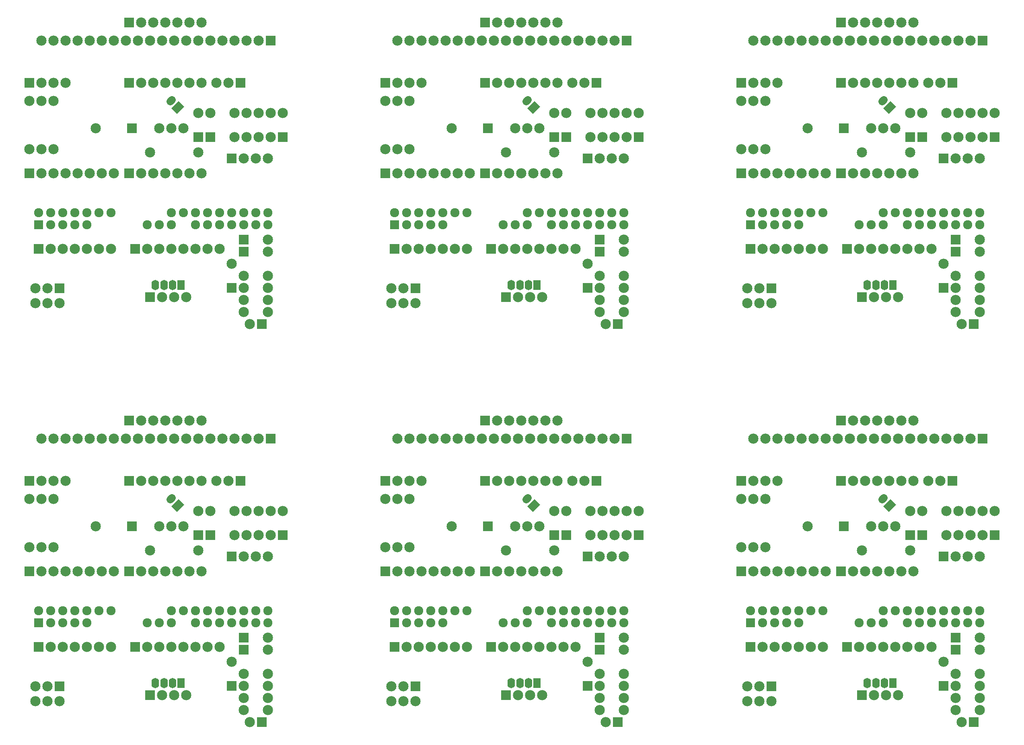
<source format=gbr>
G04 #@! TF.FileFunction,Soldermask,Top*
%FSLAX46Y46*%
G04 Gerber Fmt 4.6, Leading zero omitted, Abs format (unit mm)*
G04 Created by KiCad (PCBNEW 4.0.7-e2-6376~58~ubuntu16.04.1) date Mon Dec 10 15:36:52 2018*
%MOMM*%
%LPD*%
G01*
G04 APERTURE LIST*
%ADD10C,0.100000*%
%ADD11R,2.150000X2.150000*%
%ADD12C,2.150000*%
%ADD13R,1.924000X1.924000*%
%ADD14C,1.924000*%
%ADD15C,1.650000*%
%ADD16O,1.600000X2.150000*%
%ADD17R,1.600000X2.150000*%
G04 APERTURE END LIST*
D10*
D11*
X31750000Y-146050000D03*
D12*
X34290000Y-146050000D03*
X36830000Y-146050000D03*
X39370000Y-146050000D03*
X41910000Y-146050000D03*
X44450000Y-146050000D03*
X46990000Y-146050000D03*
X49530000Y-146050000D03*
D11*
X80645000Y-177800000D03*
D12*
X78105000Y-177800000D03*
D11*
X76835000Y-160020000D03*
D12*
X81915000Y-160020000D03*
D11*
X74295000Y-170180000D03*
D12*
X74295000Y-165100000D03*
D13*
X33655000Y-156845000D03*
D14*
X33655000Y-154305000D03*
X36195000Y-156845000D03*
X36195000Y-154305000D03*
X38735000Y-156845000D03*
X38735000Y-154305000D03*
X41275000Y-156845000D03*
X41275000Y-154305000D03*
X43815000Y-156845000D03*
X43815000Y-154305000D03*
X46355000Y-154305000D03*
X48895000Y-154305000D03*
X56515000Y-156845000D03*
X59055000Y-156845000D03*
X61595000Y-156845000D03*
X61595000Y-154305000D03*
X64135000Y-154305000D03*
X66675000Y-156845000D03*
X66675000Y-154305000D03*
X69215000Y-156845000D03*
X69215000Y-154305000D03*
X71755000Y-156845000D03*
X71755000Y-154305000D03*
X74295000Y-156845000D03*
X74295000Y-154305000D03*
X76835000Y-156845000D03*
X76835000Y-154305000D03*
X79375000Y-156845000D03*
X79375000Y-154305000D03*
X81915000Y-156845000D03*
X81915000Y-154305000D03*
D11*
X33655000Y-161925000D03*
D12*
X36195000Y-161925000D03*
X38735000Y-161925000D03*
X41275000Y-161925000D03*
X43815000Y-161925000D03*
X46355000Y-161925000D03*
X48895000Y-161925000D03*
D11*
X53975000Y-161925000D03*
D12*
X56515000Y-161925000D03*
X59055000Y-161925000D03*
X61595000Y-161925000D03*
X64135000Y-161925000D03*
X66675000Y-161925000D03*
X69215000Y-161925000D03*
X71755000Y-161925000D03*
D11*
X57125660Y-172155429D03*
D12*
X59665660Y-172155429D03*
X62205660Y-172155429D03*
X64745660Y-172155429D03*
X35572764Y-173407606D03*
X33032764Y-173407606D03*
X38112764Y-173407606D03*
X61595000Y-136525000D03*
X59055000Y-136525000D03*
X64135000Y-136525000D03*
X67310000Y-141605000D03*
X57150000Y-141605000D03*
X31750000Y-140970000D03*
X31750000Y-130810000D03*
X34290000Y-140970000D03*
X34290000Y-130810000D03*
X36830000Y-140970000D03*
X36830000Y-130810000D03*
D11*
X31750000Y-127000000D03*
D12*
X34290000Y-127000000D03*
X36830000Y-127000000D03*
X39370000Y-127000000D03*
D11*
X52705000Y-127000000D03*
D12*
X55245000Y-127000000D03*
X57785000Y-127000000D03*
X60325000Y-127000000D03*
X62865000Y-127000000D03*
X65405000Y-127000000D03*
X67945000Y-127000000D03*
D11*
X76200000Y-127000000D03*
D12*
X73660000Y-127000000D03*
X71120000Y-127000000D03*
D11*
X38112765Y-170232605D03*
D12*
X35572765Y-170232605D03*
X33032765Y-170232605D03*
D11*
X67310000Y-138430000D03*
D12*
X67310000Y-133350000D03*
D11*
X85090000Y-138430000D03*
D12*
X85090000Y-133350000D03*
D10*
G36*
X64291923Y-131986643D02*
X62771643Y-133506923D01*
X61604917Y-132340197D01*
X63125197Y-130819917D01*
X64291923Y-131986643D01*
X64291923Y-131986643D01*
G37*
D15*
X61334803Y-130903357D02*
X61688357Y-130549803D01*
D11*
X82550000Y-118110000D03*
D12*
X80010000Y-118110000D03*
X77470000Y-118110000D03*
X74930000Y-118110000D03*
X72390000Y-118110000D03*
X69850000Y-118110000D03*
X67310000Y-118110000D03*
X64770000Y-118110000D03*
X62230000Y-118110000D03*
X59690000Y-118110000D03*
X57150000Y-118110000D03*
X54610000Y-118110000D03*
X52070000Y-118110000D03*
X49530000Y-118110000D03*
X46990000Y-118110000D03*
X44450000Y-118110000D03*
X41910000Y-118110000D03*
X39370000Y-118110000D03*
X36830000Y-118110000D03*
X34290000Y-118110000D03*
D11*
X52705000Y-114300000D03*
D12*
X55245000Y-114300000D03*
X57785000Y-114300000D03*
X60325000Y-114300000D03*
X62865000Y-114300000D03*
X65405000Y-114300000D03*
X67945000Y-114300000D03*
D11*
X69850000Y-138430000D03*
D12*
X74930000Y-138430000D03*
X77470000Y-138430000D03*
X80010000Y-138430000D03*
X82550000Y-138430000D03*
X82550000Y-133350000D03*
X80010000Y-133350000D03*
X77470000Y-133350000D03*
X74930000Y-133350000D03*
X69850000Y-133350000D03*
D11*
X52705000Y-146050000D03*
D12*
X55245000Y-146050000D03*
X57785000Y-146050000D03*
X60325000Y-146050000D03*
X62865000Y-146050000D03*
X65405000Y-146050000D03*
X67945000Y-146050000D03*
D11*
X74295000Y-142875000D03*
D12*
X76835000Y-142875000D03*
X79375000Y-142875000D03*
X81915000Y-142875000D03*
D11*
X76835000Y-162560000D03*
D12*
X76835000Y-167640000D03*
X76835000Y-170180000D03*
X76835000Y-172720000D03*
X76835000Y-175260000D03*
X81915000Y-175260000D03*
X81915000Y-172720000D03*
X81915000Y-170180000D03*
X81915000Y-167640000D03*
X81915000Y-162560000D03*
D16*
X58260000Y-169545000D03*
D17*
X63660000Y-169545000D03*
D16*
X61860000Y-169545000D03*
X60060000Y-169545000D03*
D11*
X53340000Y-136525000D03*
D12*
X45720000Y-136525000D03*
D11*
X128270000Y-136525000D03*
D12*
X120650000Y-136525000D03*
D16*
X133190000Y-169545000D03*
D17*
X138590000Y-169545000D03*
D16*
X136790000Y-169545000D03*
X134990000Y-169545000D03*
D11*
X151765000Y-162560000D03*
D12*
X151765000Y-167640000D03*
X151765000Y-170180000D03*
X151765000Y-172720000D03*
X151765000Y-175260000D03*
X156845000Y-175260000D03*
X156845000Y-172720000D03*
X156845000Y-170180000D03*
X156845000Y-167640000D03*
X156845000Y-162560000D03*
D11*
X149225000Y-142875000D03*
D12*
X151765000Y-142875000D03*
X154305000Y-142875000D03*
X156845000Y-142875000D03*
D11*
X127635000Y-146050000D03*
D12*
X130175000Y-146050000D03*
X132715000Y-146050000D03*
X135255000Y-146050000D03*
X137795000Y-146050000D03*
X140335000Y-146050000D03*
X142875000Y-146050000D03*
D11*
X144780000Y-138430000D03*
D12*
X149860000Y-138430000D03*
X152400000Y-138430000D03*
X154940000Y-138430000D03*
X157480000Y-138430000D03*
X157480000Y-133350000D03*
X154940000Y-133350000D03*
X152400000Y-133350000D03*
X149860000Y-133350000D03*
X144780000Y-133350000D03*
D11*
X127635000Y-114300000D03*
D12*
X130175000Y-114300000D03*
X132715000Y-114300000D03*
X135255000Y-114300000D03*
X137795000Y-114300000D03*
X140335000Y-114300000D03*
X142875000Y-114300000D03*
D11*
X157480000Y-118110000D03*
D12*
X154940000Y-118110000D03*
X152400000Y-118110000D03*
X149860000Y-118110000D03*
X147320000Y-118110000D03*
X144780000Y-118110000D03*
X142240000Y-118110000D03*
X139700000Y-118110000D03*
X137160000Y-118110000D03*
X134620000Y-118110000D03*
X132080000Y-118110000D03*
X129540000Y-118110000D03*
X127000000Y-118110000D03*
X124460000Y-118110000D03*
X121920000Y-118110000D03*
X119380000Y-118110000D03*
X116840000Y-118110000D03*
X114300000Y-118110000D03*
X111760000Y-118110000D03*
X109220000Y-118110000D03*
D10*
G36*
X139221923Y-131986643D02*
X137701643Y-133506923D01*
X136534917Y-132340197D01*
X138055197Y-130819917D01*
X139221923Y-131986643D01*
X139221923Y-131986643D01*
G37*
D15*
X136264803Y-130903357D02*
X136618357Y-130549803D01*
D11*
X160020000Y-138430000D03*
D12*
X160020000Y-133350000D03*
D11*
X142240000Y-138430000D03*
D12*
X142240000Y-133350000D03*
D11*
X113042765Y-170232605D03*
D12*
X110502765Y-170232605D03*
X107962765Y-170232605D03*
D11*
X151130000Y-127000000D03*
D12*
X148590000Y-127000000D03*
X146050000Y-127000000D03*
D11*
X127635000Y-127000000D03*
D12*
X130175000Y-127000000D03*
X132715000Y-127000000D03*
X135255000Y-127000000D03*
X137795000Y-127000000D03*
X140335000Y-127000000D03*
X142875000Y-127000000D03*
D11*
X106680000Y-127000000D03*
D12*
X109220000Y-127000000D03*
X111760000Y-127000000D03*
X114300000Y-127000000D03*
X111760000Y-140970000D03*
X111760000Y-130810000D03*
X109220000Y-140970000D03*
X109220000Y-130810000D03*
X106680000Y-140970000D03*
X106680000Y-130810000D03*
X142240000Y-141605000D03*
X132080000Y-141605000D03*
X136525000Y-136525000D03*
X133985000Y-136525000D03*
X139065000Y-136525000D03*
X110502764Y-173407606D03*
X107962764Y-173407606D03*
X113042764Y-173407606D03*
D11*
X132055660Y-172155429D03*
D12*
X134595660Y-172155429D03*
X137135660Y-172155429D03*
X139675660Y-172155429D03*
D11*
X128905000Y-161925000D03*
D12*
X131445000Y-161925000D03*
X133985000Y-161925000D03*
X136525000Y-161925000D03*
X139065000Y-161925000D03*
X141605000Y-161925000D03*
X144145000Y-161925000D03*
X146685000Y-161925000D03*
D11*
X108585000Y-161925000D03*
D12*
X111125000Y-161925000D03*
X113665000Y-161925000D03*
X116205000Y-161925000D03*
X118745000Y-161925000D03*
X121285000Y-161925000D03*
X123825000Y-161925000D03*
D13*
X108585000Y-156845000D03*
D14*
X108585000Y-154305000D03*
X111125000Y-156845000D03*
X111125000Y-154305000D03*
X113665000Y-156845000D03*
X113665000Y-154305000D03*
X116205000Y-156845000D03*
X116205000Y-154305000D03*
X118745000Y-156845000D03*
X118745000Y-154305000D03*
X121285000Y-154305000D03*
X123825000Y-154305000D03*
X131445000Y-156845000D03*
X133985000Y-156845000D03*
X136525000Y-156845000D03*
X136525000Y-154305000D03*
X139065000Y-154305000D03*
X141605000Y-156845000D03*
X141605000Y-154305000D03*
X144145000Y-156845000D03*
X144145000Y-154305000D03*
X146685000Y-156845000D03*
X146685000Y-154305000D03*
X149225000Y-156845000D03*
X149225000Y-154305000D03*
X151765000Y-156845000D03*
X151765000Y-154305000D03*
X154305000Y-156845000D03*
X154305000Y-154305000D03*
X156845000Y-156845000D03*
X156845000Y-154305000D03*
D11*
X149225000Y-170180000D03*
D12*
X149225000Y-165100000D03*
D11*
X151765000Y-160020000D03*
D12*
X156845000Y-160020000D03*
D11*
X155575000Y-177800000D03*
D12*
X153035000Y-177800000D03*
D11*
X106680000Y-146050000D03*
D12*
X109220000Y-146050000D03*
X111760000Y-146050000D03*
X114300000Y-146050000D03*
X116840000Y-146050000D03*
X119380000Y-146050000D03*
X121920000Y-146050000D03*
X124460000Y-146050000D03*
D11*
X203200000Y-136525000D03*
D12*
X195580000Y-136525000D03*
D16*
X208120000Y-169545000D03*
D17*
X213520000Y-169545000D03*
D16*
X211720000Y-169545000D03*
X209920000Y-169545000D03*
D11*
X226695000Y-162560000D03*
D12*
X226695000Y-167640000D03*
X226695000Y-170180000D03*
X226695000Y-172720000D03*
X226695000Y-175260000D03*
X231775000Y-175260000D03*
X231775000Y-172720000D03*
X231775000Y-170180000D03*
X231775000Y-167640000D03*
X231775000Y-162560000D03*
D11*
X224155000Y-142875000D03*
D12*
X226695000Y-142875000D03*
X229235000Y-142875000D03*
X231775000Y-142875000D03*
D11*
X202565000Y-146050000D03*
D12*
X205105000Y-146050000D03*
X207645000Y-146050000D03*
X210185000Y-146050000D03*
X212725000Y-146050000D03*
X215265000Y-146050000D03*
X217805000Y-146050000D03*
D11*
X219710000Y-138430000D03*
D12*
X224790000Y-138430000D03*
X227330000Y-138430000D03*
X229870000Y-138430000D03*
X232410000Y-138430000D03*
X232410000Y-133350000D03*
X229870000Y-133350000D03*
X227330000Y-133350000D03*
X224790000Y-133350000D03*
X219710000Y-133350000D03*
D11*
X202565000Y-114300000D03*
D12*
X205105000Y-114300000D03*
X207645000Y-114300000D03*
X210185000Y-114300000D03*
X212725000Y-114300000D03*
X215265000Y-114300000D03*
X217805000Y-114300000D03*
D11*
X232410000Y-118110000D03*
D12*
X229870000Y-118110000D03*
X227330000Y-118110000D03*
X224790000Y-118110000D03*
X222250000Y-118110000D03*
X219710000Y-118110000D03*
X217170000Y-118110000D03*
X214630000Y-118110000D03*
X212090000Y-118110000D03*
X209550000Y-118110000D03*
X207010000Y-118110000D03*
X204470000Y-118110000D03*
X201930000Y-118110000D03*
X199390000Y-118110000D03*
X196850000Y-118110000D03*
X194310000Y-118110000D03*
X191770000Y-118110000D03*
X189230000Y-118110000D03*
X186690000Y-118110000D03*
X184150000Y-118110000D03*
D10*
G36*
X214151923Y-131986643D02*
X212631643Y-133506923D01*
X211464917Y-132340197D01*
X212985197Y-130819917D01*
X214151923Y-131986643D01*
X214151923Y-131986643D01*
G37*
D15*
X211194803Y-130903357D02*
X211548357Y-130549803D01*
D11*
X234950000Y-138430000D03*
D12*
X234950000Y-133350000D03*
D11*
X217170000Y-138430000D03*
D12*
X217170000Y-133350000D03*
D11*
X187972765Y-170232605D03*
D12*
X185432765Y-170232605D03*
X182892765Y-170232605D03*
D11*
X226060000Y-127000000D03*
D12*
X223520000Y-127000000D03*
X220980000Y-127000000D03*
D11*
X202565000Y-127000000D03*
D12*
X205105000Y-127000000D03*
X207645000Y-127000000D03*
X210185000Y-127000000D03*
X212725000Y-127000000D03*
X215265000Y-127000000D03*
X217805000Y-127000000D03*
D11*
X181610000Y-127000000D03*
D12*
X184150000Y-127000000D03*
X186690000Y-127000000D03*
X189230000Y-127000000D03*
X186690000Y-140970000D03*
X186690000Y-130810000D03*
X184150000Y-140970000D03*
X184150000Y-130810000D03*
X181610000Y-140970000D03*
X181610000Y-130810000D03*
X217170000Y-141605000D03*
X207010000Y-141605000D03*
X211455000Y-136525000D03*
X208915000Y-136525000D03*
X213995000Y-136525000D03*
X185432764Y-173407606D03*
X182892764Y-173407606D03*
X187972764Y-173407606D03*
D11*
X206985660Y-172155429D03*
D12*
X209525660Y-172155429D03*
X212065660Y-172155429D03*
X214605660Y-172155429D03*
D11*
X203835000Y-161925000D03*
D12*
X206375000Y-161925000D03*
X208915000Y-161925000D03*
X211455000Y-161925000D03*
X213995000Y-161925000D03*
X216535000Y-161925000D03*
X219075000Y-161925000D03*
X221615000Y-161925000D03*
D11*
X183515000Y-161925000D03*
D12*
X186055000Y-161925000D03*
X188595000Y-161925000D03*
X191135000Y-161925000D03*
X193675000Y-161925000D03*
X196215000Y-161925000D03*
X198755000Y-161925000D03*
D13*
X183515000Y-156845000D03*
D14*
X183515000Y-154305000D03*
X186055000Y-156845000D03*
X186055000Y-154305000D03*
X188595000Y-156845000D03*
X188595000Y-154305000D03*
X191135000Y-156845000D03*
X191135000Y-154305000D03*
X193675000Y-156845000D03*
X193675000Y-154305000D03*
X196215000Y-154305000D03*
X198755000Y-154305000D03*
X206375000Y-156845000D03*
X208915000Y-156845000D03*
X211455000Y-156845000D03*
X211455000Y-154305000D03*
X213995000Y-154305000D03*
X216535000Y-156845000D03*
X216535000Y-154305000D03*
X219075000Y-156845000D03*
X219075000Y-154305000D03*
X221615000Y-156845000D03*
X221615000Y-154305000D03*
X224155000Y-156845000D03*
X224155000Y-154305000D03*
X226695000Y-156845000D03*
X226695000Y-154305000D03*
X229235000Y-156845000D03*
X229235000Y-154305000D03*
X231775000Y-156845000D03*
X231775000Y-154305000D03*
D11*
X224155000Y-170180000D03*
D12*
X224155000Y-165100000D03*
D11*
X226695000Y-160020000D03*
D12*
X231775000Y-160020000D03*
D11*
X230505000Y-177800000D03*
D12*
X227965000Y-177800000D03*
D11*
X181610000Y-146050000D03*
D12*
X184150000Y-146050000D03*
X186690000Y-146050000D03*
X189230000Y-146050000D03*
X191770000Y-146050000D03*
X194310000Y-146050000D03*
X196850000Y-146050000D03*
X199390000Y-146050000D03*
D11*
X181610000Y-62230000D03*
D12*
X184150000Y-62230000D03*
X186690000Y-62230000D03*
X189230000Y-62230000D03*
X191770000Y-62230000D03*
X194310000Y-62230000D03*
X196850000Y-62230000D03*
X199390000Y-62230000D03*
D11*
X230505000Y-93980000D03*
D12*
X227965000Y-93980000D03*
D11*
X226695000Y-76200000D03*
D12*
X231775000Y-76200000D03*
D11*
X224155000Y-86360000D03*
D12*
X224155000Y-81280000D03*
D13*
X183515000Y-73025000D03*
D14*
X183515000Y-70485000D03*
X186055000Y-73025000D03*
X186055000Y-70485000D03*
X188595000Y-73025000D03*
X188595000Y-70485000D03*
X191135000Y-73025000D03*
X191135000Y-70485000D03*
X193675000Y-73025000D03*
X193675000Y-70485000D03*
X196215000Y-70485000D03*
X198755000Y-70485000D03*
X206375000Y-73025000D03*
X208915000Y-73025000D03*
X211455000Y-73025000D03*
X211455000Y-70485000D03*
X213995000Y-70485000D03*
X216535000Y-73025000D03*
X216535000Y-70485000D03*
X219075000Y-73025000D03*
X219075000Y-70485000D03*
X221615000Y-73025000D03*
X221615000Y-70485000D03*
X224155000Y-73025000D03*
X224155000Y-70485000D03*
X226695000Y-73025000D03*
X226695000Y-70485000D03*
X229235000Y-73025000D03*
X229235000Y-70485000D03*
X231775000Y-73025000D03*
X231775000Y-70485000D03*
D11*
X183515000Y-78105000D03*
D12*
X186055000Y-78105000D03*
X188595000Y-78105000D03*
X191135000Y-78105000D03*
X193675000Y-78105000D03*
X196215000Y-78105000D03*
X198755000Y-78105000D03*
D11*
X203835000Y-78105000D03*
D12*
X206375000Y-78105000D03*
X208915000Y-78105000D03*
X211455000Y-78105000D03*
X213995000Y-78105000D03*
X216535000Y-78105000D03*
X219075000Y-78105000D03*
X221615000Y-78105000D03*
D11*
X206985660Y-88335429D03*
D12*
X209525660Y-88335429D03*
X212065660Y-88335429D03*
X214605660Y-88335429D03*
X185432764Y-89587606D03*
X182892764Y-89587606D03*
X187972764Y-89587606D03*
X211455000Y-52705000D03*
X208915000Y-52705000D03*
X213995000Y-52705000D03*
X217170000Y-57785000D03*
X207010000Y-57785000D03*
X181610000Y-57150000D03*
X181610000Y-46990000D03*
X184150000Y-57150000D03*
X184150000Y-46990000D03*
X186690000Y-57150000D03*
X186690000Y-46990000D03*
D11*
X181610000Y-43180000D03*
D12*
X184150000Y-43180000D03*
X186690000Y-43180000D03*
X189230000Y-43180000D03*
D11*
X202565000Y-43180000D03*
D12*
X205105000Y-43180000D03*
X207645000Y-43180000D03*
X210185000Y-43180000D03*
X212725000Y-43180000D03*
X215265000Y-43180000D03*
X217805000Y-43180000D03*
D11*
X226060000Y-43180000D03*
D12*
X223520000Y-43180000D03*
X220980000Y-43180000D03*
D11*
X187972765Y-86412605D03*
D12*
X185432765Y-86412605D03*
X182892765Y-86412605D03*
D11*
X217170000Y-54610000D03*
D12*
X217170000Y-49530000D03*
D11*
X234950000Y-54610000D03*
D12*
X234950000Y-49530000D03*
D10*
G36*
X214151923Y-48166643D02*
X212631643Y-49686923D01*
X211464917Y-48520197D01*
X212985197Y-46999917D01*
X214151923Y-48166643D01*
X214151923Y-48166643D01*
G37*
D15*
X211194803Y-47083357D02*
X211548357Y-46729803D01*
D11*
X232410000Y-34290000D03*
D12*
X229870000Y-34290000D03*
X227330000Y-34290000D03*
X224790000Y-34290000D03*
X222250000Y-34290000D03*
X219710000Y-34290000D03*
X217170000Y-34290000D03*
X214630000Y-34290000D03*
X212090000Y-34290000D03*
X209550000Y-34290000D03*
X207010000Y-34290000D03*
X204470000Y-34290000D03*
X201930000Y-34290000D03*
X199390000Y-34290000D03*
X196850000Y-34290000D03*
X194310000Y-34290000D03*
X191770000Y-34290000D03*
X189230000Y-34290000D03*
X186690000Y-34290000D03*
X184150000Y-34290000D03*
D11*
X202565000Y-30480000D03*
D12*
X205105000Y-30480000D03*
X207645000Y-30480000D03*
X210185000Y-30480000D03*
X212725000Y-30480000D03*
X215265000Y-30480000D03*
X217805000Y-30480000D03*
D11*
X219710000Y-54610000D03*
D12*
X224790000Y-54610000D03*
X227330000Y-54610000D03*
X229870000Y-54610000D03*
X232410000Y-54610000D03*
X232410000Y-49530000D03*
X229870000Y-49530000D03*
X227330000Y-49530000D03*
X224790000Y-49530000D03*
X219710000Y-49530000D03*
D11*
X202565000Y-62230000D03*
D12*
X205105000Y-62230000D03*
X207645000Y-62230000D03*
X210185000Y-62230000D03*
X212725000Y-62230000D03*
X215265000Y-62230000D03*
X217805000Y-62230000D03*
D11*
X224155000Y-59055000D03*
D12*
X226695000Y-59055000D03*
X229235000Y-59055000D03*
X231775000Y-59055000D03*
D11*
X226695000Y-78740000D03*
D12*
X226695000Y-83820000D03*
X226695000Y-86360000D03*
X226695000Y-88900000D03*
X226695000Y-91440000D03*
X231775000Y-91440000D03*
X231775000Y-88900000D03*
X231775000Y-86360000D03*
X231775000Y-83820000D03*
X231775000Y-78740000D03*
D16*
X208120000Y-85725000D03*
D17*
X213520000Y-85725000D03*
D16*
X211720000Y-85725000D03*
X209920000Y-85725000D03*
D11*
X203200000Y-52705000D03*
D12*
X195580000Y-52705000D03*
D11*
X106680000Y-62230000D03*
D12*
X109220000Y-62230000D03*
X111760000Y-62230000D03*
X114300000Y-62230000D03*
X116840000Y-62230000D03*
X119380000Y-62230000D03*
X121920000Y-62230000D03*
X124460000Y-62230000D03*
D11*
X155575000Y-93980000D03*
D12*
X153035000Y-93980000D03*
D11*
X151765000Y-76200000D03*
D12*
X156845000Y-76200000D03*
D11*
X149225000Y-86360000D03*
D12*
X149225000Y-81280000D03*
D13*
X108585000Y-73025000D03*
D14*
X108585000Y-70485000D03*
X111125000Y-73025000D03*
X111125000Y-70485000D03*
X113665000Y-73025000D03*
X113665000Y-70485000D03*
X116205000Y-73025000D03*
X116205000Y-70485000D03*
X118745000Y-73025000D03*
X118745000Y-70485000D03*
X121285000Y-70485000D03*
X123825000Y-70485000D03*
X131445000Y-73025000D03*
X133985000Y-73025000D03*
X136525000Y-73025000D03*
X136525000Y-70485000D03*
X139065000Y-70485000D03*
X141605000Y-73025000D03*
X141605000Y-70485000D03*
X144145000Y-73025000D03*
X144145000Y-70485000D03*
X146685000Y-73025000D03*
X146685000Y-70485000D03*
X149225000Y-73025000D03*
X149225000Y-70485000D03*
X151765000Y-73025000D03*
X151765000Y-70485000D03*
X154305000Y-73025000D03*
X154305000Y-70485000D03*
X156845000Y-73025000D03*
X156845000Y-70485000D03*
D11*
X108585000Y-78105000D03*
D12*
X111125000Y-78105000D03*
X113665000Y-78105000D03*
X116205000Y-78105000D03*
X118745000Y-78105000D03*
X121285000Y-78105000D03*
X123825000Y-78105000D03*
D11*
X128905000Y-78105000D03*
D12*
X131445000Y-78105000D03*
X133985000Y-78105000D03*
X136525000Y-78105000D03*
X139065000Y-78105000D03*
X141605000Y-78105000D03*
X144145000Y-78105000D03*
X146685000Y-78105000D03*
D11*
X132055660Y-88335429D03*
D12*
X134595660Y-88335429D03*
X137135660Y-88335429D03*
X139675660Y-88335429D03*
X110502764Y-89587606D03*
X107962764Y-89587606D03*
X113042764Y-89587606D03*
X136525000Y-52705000D03*
X133985000Y-52705000D03*
X139065000Y-52705000D03*
X142240000Y-57785000D03*
X132080000Y-57785000D03*
X106680000Y-57150000D03*
X106680000Y-46990000D03*
X109220000Y-57150000D03*
X109220000Y-46990000D03*
X111760000Y-57150000D03*
X111760000Y-46990000D03*
D11*
X106680000Y-43180000D03*
D12*
X109220000Y-43180000D03*
X111760000Y-43180000D03*
X114300000Y-43180000D03*
D11*
X127635000Y-43180000D03*
D12*
X130175000Y-43180000D03*
X132715000Y-43180000D03*
X135255000Y-43180000D03*
X137795000Y-43180000D03*
X140335000Y-43180000D03*
X142875000Y-43180000D03*
D11*
X151130000Y-43180000D03*
D12*
X148590000Y-43180000D03*
X146050000Y-43180000D03*
D11*
X113042765Y-86412605D03*
D12*
X110502765Y-86412605D03*
X107962765Y-86412605D03*
D11*
X142240000Y-54610000D03*
D12*
X142240000Y-49530000D03*
D11*
X160020000Y-54610000D03*
D12*
X160020000Y-49530000D03*
D10*
G36*
X139221923Y-48166643D02*
X137701643Y-49686923D01*
X136534917Y-48520197D01*
X138055197Y-46999917D01*
X139221923Y-48166643D01*
X139221923Y-48166643D01*
G37*
D15*
X136264803Y-47083357D02*
X136618357Y-46729803D01*
D11*
X157480000Y-34290000D03*
D12*
X154940000Y-34290000D03*
X152400000Y-34290000D03*
X149860000Y-34290000D03*
X147320000Y-34290000D03*
X144780000Y-34290000D03*
X142240000Y-34290000D03*
X139700000Y-34290000D03*
X137160000Y-34290000D03*
X134620000Y-34290000D03*
X132080000Y-34290000D03*
X129540000Y-34290000D03*
X127000000Y-34290000D03*
X124460000Y-34290000D03*
X121920000Y-34290000D03*
X119380000Y-34290000D03*
X116840000Y-34290000D03*
X114300000Y-34290000D03*
X111760000Y-34290000D03*
X109220000Y-34290000D03*
D11*
X127635000Y-30480000D03*
D12*
X130175000Y-30480000D03*
X132715000Y-30480000D03*
X135255000Y-30480000D03*
X137795000Y-30480000D03*
X140335000Y-30480000D03*
X142875000Y-30480000D03*
D11*
X144780000Y-54610000D03*
D12*
X149860000Y-54610000D03*
X152400000Y-54610000D03*
X154940000Y-54610000D03*
X157480000Y-54610000D03*
X157480000Y-49530000D03*
X154940000Y-49530000D03*
X152400000Y-49530000D03*
X149860000Y-49530000D03*
X144780000Y-49530000D03*
D11*
X127635000Y-62230000D03*
D12*
X130175000Y-62230000D03*
X132715000Y-62230000D03*
X135255000Y-62230000D03*
X137795000Y-62230000D03*
X140335000Y-62230000D03*
X142875000Y-62230000D03*
D11*
X149225000Y-59055000D03*
D12*
X151765000Y-59055000D03*
X154305000Y-59055000D03*
X156845000Y-59055000D03*
D11*
X151765000Y-78740000D03*
D12*
X151765000Y-83820000D03*
X151765000Y-86360000D03*
X151765000Y-88900000D03*
X151765000Y-91440000D03*
X156845000Y-91440000D03*
X156845000Y-88900000D03*
X156845000Y-86360000D03*
X156845000Y-83820000D03*
X156845000Y-78740000D03*
D16*
X133190000Y-85725000D03*
D17*
X138590000Y-85725000D03*
D16*
X136790000Y-85725000D03*
X134990000Y-85725000D03*
D11*
X128270000Y-52705000D03*
D12*
X120650000Y-52705000D03*
D11*
X53340000Y-52705000D03*
D12*
X45720000Y-52705000D03*
D16*
X58260000Y-85725000D03*
D17*
X63660000Y-85725000D03*
D16*
X61860000Y-85725000D03*
X60060000Y-85725000D03*
D11*
X76835000Y-78740000D03*
D12*
X76835000Y-83820000D03*
X76835000Y-86360000D03*
X76835000Y-88900000D03*
X76835000Y-91440000D03*
X81915000Y-91440000D03*
X81915000Y-88900000D03*
X81915000Y-86360000D03*
X81915000Y-83820000D03*
X81915000Y-78740000D03*
D11*
X74295000Y-59055000D03*
D12*
X76835000Y-59055000D03*
X79375000Y-59055000D03*
X81915000Y-59055000D03*
D11*
X52705000Y-62230000D03*
D12*
X55245000Y-62230000D03*
X57785000Y-62230000D03*
X60325000Y-62230000D03*
X62865000Y-62230000D03*
X65405000Y-62230000D03*
X67945000Y-62230000D03*
D11*
X69850000Y-54610000D03*
D12*
X74930000Y-54610000D03*
X77470000Y-54610000D03*
X80010000Y-54610000D03*
X82550000Y-54610000D03*
X82550000Y-49530000D03*
X80010000Y-49530000D03*
X77470000Y-49530000D03*
X74930000Y-49530000D03*
X69850000Y-49530000D03*
D11*
X52705000Y-30480000D03*
D12*
X55245000Y-30480000D03*
X57785000Y-30480000D03*
X60325000Y-30480000D03*
X62865000Y-30480000D03*
X65405000Y-30480000D03*
X67945000Y-30480000D03*
D11*
X82550000Y-34290000D03*
D12*
X80010000Y-34290000D03*
X77470000Y-34290000D03*
X74930000Y-34290000D03*
X72390000Y-34290000D03*
X69850000Y-34290000D03*
X67310000Y-34290000D03*
X64770000Y-34290000D03*
X62230000Y-34290000D03*
X59690000Y-34290000D03*
X57150000Y-34290000D03*
X54610000Y-34290000D03*
X52070000Y-34290000D03*
X49530000Y-34290000D03*
X46990000Y-34290000D03*
X44450000Y-34290000D03*
X41910000Y-34290000D03*
X39370000Y-34290000D03*
X36830000Y-34290000D03*
X34290000Y-34290000D03*
D10*
G36*
X64291923Y-48166643D02*
X62771643Y-49686923D01*
X61604917Y-48520197D01*
X63125197Y-46999917D01*
X64291923Y-48166643D01*
X64291923Y-48166643D01*
G37*
D15*
X61334803Y-47083357D02*
X61688357Y-46729803D01*
D11*
X85090000Y-54610000D03*
D12*
X85090000Y-49530000D03*
D11*
X67310000Y-54610000D03*
D12*
X67310000Y-49530000D03*
D11*
X38112765Y-86412605D03*
D12*
X35572765Y-86412605D03*
X33032765Y-86412605D03*
D11*
X76200000Y-43180000D03*
D12*
X73660000Y-43180000D03*
X71120000Y-43180000D03*
D11*
X52705000Y-43180000D03*
D12*
X55245000Y-43180000D03*
X57785000Y-43180000D03*
X60325000Y-43180000D03*
X62865000Y-43180000D03*
X65405000Y-43180000D03*
X67945000Y-43180000D03*
D11*
X31750000Y-43180000D03*
D12*
X34290000Y-43180000D03*
X36830000Y-43180000D03*
X39370000Y-43180000D03*
X36830000Y-57150000D03*
X36830000Y-46990000D03*
X34290000Y-57150000D03*
X34290000Y-46990000D03*
X31750000Y-57150000D03*
X31750000Y-46990000D03*
X67310000Y-57785000D03*
X57150000Y-57785000D03*
X61595000Y-52705000D03*
X59055000Y-52705000D03*
X64135000Y-52705000D03*
X35572764Y-89587606D03*
X33032764Y-89587606D03*
X38112764Y-89587606D03*
D11*
X57125660Y-88335429D03*
D12*
X59665660Y-88335429D03*
X62205660Y-88335429D03*
X64745660Y-88335429D03*
D11*
X53975000Y-78105000D03*
D12*
X56515000Y-78105000D03*
X59055000Y-78105000D03*
X61595000Y-78105000D03*
X64135000Y-78105000D03*
X66675000Y-78105000D03*
X69215000Y-78105000D03*
X71755000Y-78105000D03*
D11*
X33655000Y-78105000D03*
D12*
X36195000Y-78105000D03*
X38735000Y-78105000D03*
X41275000Y-78105000D03*
X43815000Y-78105000D03*
X46355000Y-78105000D03*
X48895000Y-78105000D03*
D13*
X33655000Y-73025000D03*
D14*
X33655000Y-70485000D03*
X36195000Y-73025000D03*
X36195000Y-70485000D03*
X38735000Y-73025000D03*
X38735000Y-70485000D03*
X41275000Y-73025000D03*
X41275000Y-70485000D03*
X43815000Y-73025000D03*
X43815000Y-70485000D03*
X46355000Y-70485000D03*
X48895000Y-70485000D03*
X56515000Y-73025000D03*
X59055000Y-73025000D03*
X61595000Y-73025000D03*
X61595000Y-70485000D03*
X64135000Y-70485000D03*
X66675000Y-73025000D03*
X66675000Y-70485000D03*
X69215000Y-73025000D03*
X69215000Y-70485000D03*
X71755000Y-73025000D03*
X71755000Y-70485000D03*
X74295000Y-73025000D03*
X74295000Y-70485000D03*
X76835000Y-73025000D03*
X76835000Y-70485000D03*
X79375000Y-73025000D03*
X79375000Y-70485000D03*
X81915000Y-73025000D03*
X81915000Y-70485000D03*
D11*
X74295000Y-86360000D03*
D12*
X74295000Y-81280000D03*
D11*
X76835000Y-76200000D03*
D12*
X81915000Y-76200000D03*
D11*
X80645000Y-93980000D03*
D12*
X78105000Y-93980000D03*
D11*
X31750000Y-62230000D03*
D12*
X34290000Y-62230000D03*
X36830000Y-62230000D03*
X39370000Y-62230000D03*
X41910000Y-62230000D03*
X44450000Y-62230000D03*
X46990000Y-62230000D03*
X49530000Y-62230000D03*
M02*

</source>
